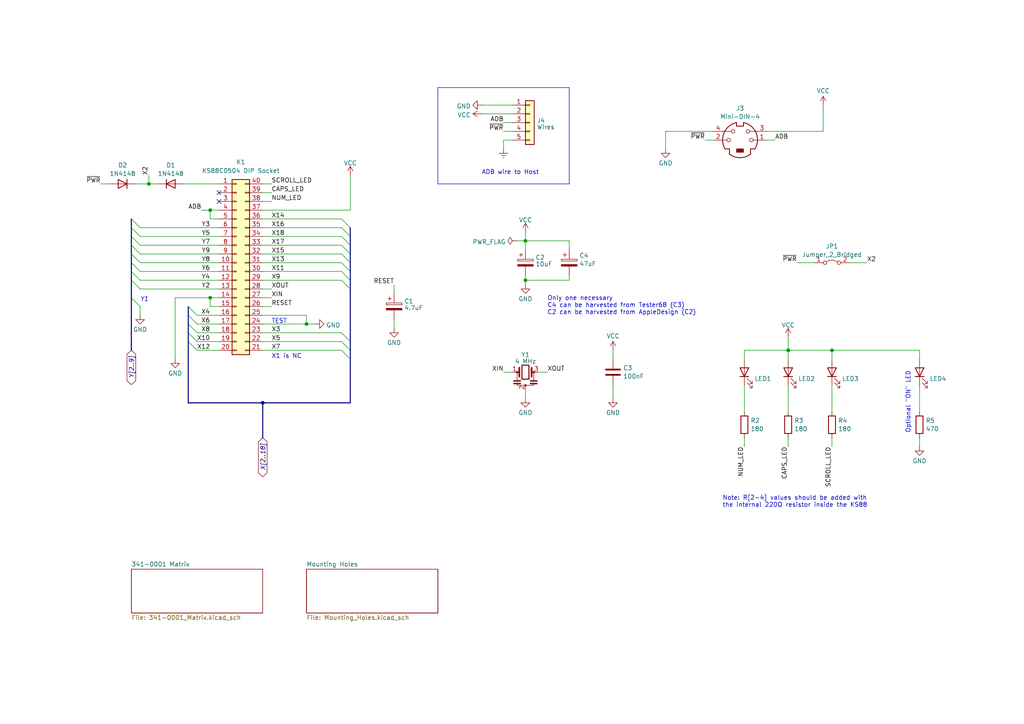
<source format=kicad_sch>
(kicad_sch (version 20230121) (generator eeschema)
  (paper "A4")
  (title_block (title "Design68 341-0001 ANSI") (date "2023-09-14") (rev "1.0") (company "lostwave") (comment 1 "https://github.com/demik/oldworld/blob/master/EDA/Design68/README.md"))
  (lib_symbols
    (symbol "Connector:Mini-DIN-4" (pin_names (offset 1.016))
      (property "Reference" "J" (at 0 6.35 0))
      (property "Value" "Mini-DIN-4" (at 0 -6.35 0))
      (symbol "Mini-DIN-4_0_1"
        (circle (center -3.302 0) (radius 0.508))
        (arc (start -3.048 -4.064) (mid 0 -5.08) (end 3.048 -4.064) (stroke (width 0.254)))
        (circle (center -2.032 2.54) (radius 0.508))
        (rectangle (start -1.016 -2.54) (end 1.016 -3.556) (fill (type outline)))
        (arc (start -1.016 5.08) (mid -4.6228 2.1214) (end -4.318 -2.54) (stroke (width 0.254)))
        (polyline (pts (xy -3.81 0) (xy -5.08 0)))
        (polyline (pts (xy -2.54 2.54) (xy -5.08 2.54)))
        (polyline (pts (xy 2.794 2.54) (xy 5.08 2.54)))
        (polyline (pts (xy 5.08 0) (xy 3.81 0)))
        (polyline (pts (xy -4.318 -2.54) (xy -3.048 -2.54) (xy -3.048 -4.064)) (stroke (width 0.254)))
        (polyline (pts (xy 4.318 -2.54) (xy 3.048 -2.54) (xy 3.048 -4.064)) (stroke (width 0.254)))
        (polyline (pts (xy -1.016 5.08) (xy -1.016 4.064) (xy 1.016 4.064) (xy 1.016 5.08)) (stroke (width 0.254)))
        (circle (center 2.286 2.54) (radius 0.508))
        (circle (center 3.302 0) (radius 0.508))
        (arc (start 4.318 -2.54) (mid 4.6661 2.1322) (end 1.016 5.08) (stroke (width 0.254)))
      )
      (symbol "Mini-DIN-4_1_1"
        (pin passive line (at 7.62 0 180) (length 2.54) (name "~") (number "1"))
        (pin passive line (at -7.62 0 0) (length 2.54) (name "~") (number "2"))
        (pin passive line (at 7.62 2.54 180) (length 2.54) (name "~") (number "3"))
        (pin passive line (at -7.62 2.54 0) (length 2.54) (name "~") (number "4"))
      )
    )
    (symbol "Connector_Generic:Conn_01x05" (pin_names (offset 1.016) hide)
      (property "Reference" "J" (at 0 7.62 0))
      (property "Value" "Conn_01x05" (at 0 -7.62 0))
      (symbol "Conn_01x05_1_1"
        (rectangle (start -1.27 -4.953) (end 0 -5.207) (stroke (width 0.1524)))
        (rectangle (start -1.27 -2.413) (end 0 -2.667) (stroke (width 0.1524)))
        (rectangle (start -1.27 0.127) (end 0 -0.127) (stroke (width 0.1524)))
        (rectangle (start -1.27 2.667) (end 0 2.413) (stroke (width 0.1524)))
        (rectangle (start -1.27 5.207) (end 0 4.953) (stroke (width 0.1524)))
        (rectangle (start -1.27 6.35) (end 1.27 -6.35) (stroke (width 0.254)) (fill (type background)))
        (pin passive line (at -5.08 5.08 0) (length 3.81) (name "Pin_1") (number "1"))
        (pin passive line (at -5.08 2.54 0) (length 3.81) (name "Pin_2") (number "2"))
        (pin passive line (at -5.08 0 0) (length 3.81) (name "Pin_3") (number "3"))
        (pin passive line (at -5.08 -2.54 0) (length 3.81) (name "Pin_4") (number "4"))
        (pin passive line (at -5.08 -5.08 0) (length 3.81) (name "Pin_5") (number "5"))
      )
    )
    (symbol "Connector_Generic:Conn_02x20_Counter_Clockwise" (pin_names (offset 1.016) hide)
      (property "Reference" "J" (at 1.27 25.4 0))
      (property "Value" "Conn_02x20_Counter_Clockwise" (at 1.27 -27.94 0))
      (symbol "Conn_02x20_Counter_Clockwise_1_1"
        (rectangle (start -1.27 -25.273) (end 0 -25.527) (stroke (width 0.1524)))
        (rectangle (start -1.27 -22.733) (end 0 -22.987) (stroke (width 0.1524)))
        (rectangle (start -1.27 -20.193) (end 0 -20.447) (stroke (width 0.1524)))
        (rectangle (start -1.27 -17.653) (end 0 -17.907) (stroke (width 0.1524)))
        (rectangle (start -1.27 -15.113) (end 0 -15.367) (stroke (width 0.1524)))
        (rectangle (start -1.27 -12.573) (end 0 -12.827) (stroke (width 0.1524)))
        (rectangle (start -1.27 -10.033) (end 0 -10.287) (stroke (width 0.1524)))
        (rectangle (start -1.27 -7.493) (end 0 -7.747) (stroke (width 0.1524)))
        (rectangle (start -1.27 -4.953) (end 0 -5.207) (stroke (width 0.1524)))
        (rectangle (start -1.27 -2.413) (end 0 -2.667) (stroke (width 0.1524)))
        (rectangle (start -1.27 0.127) (end 0 -0.127) (stroke (width 0.1524)))
        (rectangle (start -1.27 2.667) (end 0 2.413) (stroke (width 0.1524)))
        (rectangle (start -1.27 5.207) (end 0 4.953) (stroke (width 0.1524)))
        (rectangle (start -1.27 7.747) (end 0 7.493) (stroke (width 0.1524)))
        (rectangle (start -1.27 10.287) (end 0 10.033) (stroke (width 0.1524)))
        (rectangle (start -1.27 12.827) (end 0 12.573) (stroke (width 0.1524)))
        (rectangle (start -1.27 15.367) (end 0 15.113) (stroke (width 0.1524)))
        (rectangle (start -1.27 17.907) (end 0 17.653) (stroke (width 0.1524)))
        (rectangle (start -1.27 20.447) (end 0 20.193) (stroke (width 0.1524)))
        (rectangle (start -1.27 22.987) (end 0 22.733) (stroke (width 0.1524)))
        (rectangle (start -1.27 24.13) (end 3.81 -26.67) (stroke (width 0.254)) (fill (type background)))
        (rectangle (start 3.81 -25.273) (end 2.54 -25.527) (stroke (width 0.1524)))
        (rectangle (start 3.81 -22.733) (end 2.54 -22.987) (stroke (width 0.1524)))
        (rectangle (start 3.81 -20.193) (end 2.54 -20.447) (stroke (width 0.1524)))
        (rectangle (start 3.81 -17.653) (end 2.54 -17.907) (stroke (width 0.1524)))
        (rectangle (start 3.81 -15.113) (end 2.54 -15.367) (stroke (width 0.1524)))
        (rectangle (start 3.81 -12.573) (end 2.54 -12.827) (stroke (width 0.1524)))
        (rectangle (start 3.81 -10.033) (end 2.54 -10.287) (stroke (width 0.1524)))
        (rectangle (start 3.81 -7.493) (end 2.54 -7.747) (stroke (width 0.1524)))
        (rectangle (start 3.81 -4.953) (end 2.54 -5.207) (stroke (width 0.1524)))
        (rectangle (start 3.81 -2.413) (end 2.54 -2.667) (stroke (width 0.1524)))
        (rectangle (start 3.81 0.127) (end 2.54 -0.127) (stroke (width 0.1524)))
        (rectangle (start 3.81 2.667) (end 2.54 2.413) (stroke (width 0.1524)))
        (rectangle (start 3.81 5.207) (end 2.54 4.953) (stroke (width 0.1524)))
        (rectangle (start 3.81 7.747) (end 2.54 7.493) (stroke (width 0.1524)))
        (rectangle (start 3.81 10.287) (end 2.54 10.033) (stroke (width 0.1524)))
        (rectangle (start 3.81 12.827) (end 2.54 12.573) (stroke (width 0.1524)))
        (rectangle (start 3.81 15.367) (end 2.54 15.113) (stroke (width 0.1524)))
        (rectangle (start 3.81 17.907) (end 2.54 17.653) (stroke (width 0.1524)))
        (rectangle (start 3.81 20.447) (end 2.54 20.193) (stroke (width 0.1524)))
        (rectangle (start 3.81 22.987) (end 2.54 22.733) (stroke (width 0.1524)))
        (pin passive line (at -5.08 22.86 0) (length 3.81) (name "Pin_1") (number "1"))
        (pin passive line (at -5.08 0 0) (length 3.81) (name "Pin_10") (number "10"))
        (pin passive line (at -5.08 -2.54 0) (length 3.81) (name "Pin_11") (number "11"))
        (pin passive line (at -5.08 -5.08 0) (length 3.81) (name "Pin_12") (number "12"))
        (pin passive line (at -5.08 -7.62 0) (length 3.81) (name "Pin_13") (number "13"))
        (pin passive line (at -5.08 -10.16 0) (length 3.81) (name "Pin_14") (number "14"))
        (pin passive line (at -5.08 -12.7 0) (length 3.81) (name "Pin_15") (number "15"))
        (pin passive line (at -5.08 -15.24 0) (length 3.81) (name "Pin_16") (number "16"))
        (pin passive line (at -5.08 -17.78 0) (length 3.81) (name "Pin_17") (number "17"))
        (pin passive line (at -5.08 -20.32 0) (length 3.81) (name "Pin_18") (number "18"))
        (pin passive line (at -5.08 -22.86 0) (length 3.81) (name "Pin_19") (number "19"))
        (pin passive line (at -5.08 20.32 0) (length 3.81) (name "Pin_2") (number "2"))
        (pin passive line (at -5.08 -25.4 0) (length 3.81) (name "Pin_20") (number "20"))
        (pin passive line (at 7.62 -25.4 180) (length 3.81) (name "Pin_21") (number "21"))
        (pin passive line (at 7.62 -22.86 180) (length 3.81) (name "Pin_22") (number "22"))
        (pin passive line (at 7.62 -20.32 180) (length 3.81) (name "Pin_23") (number "23"))
        (pin passive line (at 7.62 -17.78 180) (length 3.81) (name "Pin_24") (number "24"))
        (pin passive line (at 7.62 -15.24 180) (length 3.81) (name "Pin_25") (number "25"))
        (pin passive line (at 7.62 -12.7 180) (length 3.81) (name "Pin_26") (number "26"))
        (pin passive line (at 7.62 -10.16 180) (length 3.81) (name "Pin_27") (number "27"))
        (pin passive line (at 7.62 -7.62 180) (length 3.81) (name "Pin_28") (number "28"))
        (pin passive line (at 7.62 -5.08 180) (length 3.81) (name "Pin_29") (number "29"))
        (pin passive line (at -5.08 17.78 0) (length 3.81) (name "Pin_3") (number "3"))
        (pin passive line (at 7.62 -2.54 180) (length 3.81) (name "Pin_30") (number "30"))
        (pin passive line (at 7.62 0 180) (length 3.81) (name "Pin_31") (number "31"))
        (pin passive line (at 7.62 2.54 180) (length 3.81) (name "Pin_32") (number "32"))
        (pin passive line (at 7.62 5.08 180) (length 3.81) (name "Pin_33") (number "33"))
        (pin passive line (at 7.62 7.62 180) (length 3.81) (name "Pin_34") (number "34"))
        (pin passive line (at 7.62 10.16 180) (length 3.81) (name "Pin_35") (number "35"))
        (pin passive line (at 7.62 12.7 180) (length 3.81) (name "Pin_36") (number "36"))
        (pin passive line (at 7.62 15.24 180) (length 3.81) (name "Pin_37") (number "37"))
        (pin passive line (at 7.62 17.78 180) (length 3.81) (name "Pin_38") (number "38"))
        (pin passive line (at 7.62 20.32 180) (length 3.81) (name "Pin_39") (number "39"))
        (pin passive line (at -5.08 15.24 0) (length 3.81) (name "Pin_4") (number "4"))
        (pin passive line (at 7.62 22.86 180) (length 3.81) (name "Pin_40") (number "40"))
        (pin passive line (at -5.08 12.7 0) (length 3.81) (name "Pin_5") (number "5"))
        (pin passive line (at -5.08 10.16 0) (length 3.81) (name "Pin_6") (number "6"))
        (pin passive line (at -5.08 7.62 0) (length 3.81) (name "Pin_7") (number "7"))
        (pin passive line (at -5.08 5.08 0) (length 3.81) (name "Pin_8") (number "8"))
        (pin passive line (at -5.08 2.54 0) (length 3.81) (name "Pin_9") (number "9"))
      )
    )
    (symbol "Device:C" (pin_numbers hide) (pin_names (offset 0.254))
      (property "Reference" "C" (at 0.635 2.54 0))
      (property "Value" "C" (at 0.635 -2.54 0))
      (symbol "C_0_1"
        (polyline (pts (xy -2.032 -0.762) (xy 2.032 -0.762)) (stroke (width 0.508)))
        (polyline (pts (xy -2.032 0.762) (xy 2.032 0.762)) (stroke (width 0.508)))
      )
      (symbol "C_1_1"
        (pin passive line (at 0 3.81 270) (length 2.794) (name "~") (number "1"))
        (pin passive line (at 0 -3.81 90) (length 2.794) (name "~") (number "2"))
      )
    )
    (symbol "Device:C_Polarized" (pin_numbers hide) (pin_names (offset 0.254))
      (property "Reference" "C" (at 0.635 2.54 0))
      (property "Value" "C_Polarized" (at 0.635 -2.54 0))
      (symbol "C_Polarized_0_1"
        (rectangle (start -2.286 0.508) (end 2.286 1.016))
        (polyline (pts (xy -1.778 2.286) (xy -0.762 2.286)))
        (polyline (pts (xy -1.27 2.794) (xy -1.27 1.778)))
        (rectangle (start 2.286 -0.508) (end -2.286 -1.016) (fill (type outline)))
      )
      (symbol "C_Polarized_1_1"
        (pin passive line (at 0 3.81 270) (length 2.794) (name "~") (number "1"))
        (pin passive line (at 0 -3.81 90) (length 2.794) (name "~") (number "2"))
      )
    )
    (symbol "Device:D" (pin_numbers hide) (pin_names (offset 1.016) hide)
      (property "Reference" "D" (at 0 2.54 0))
      (property "Value" "D" (at 0 -2.54 0))
      (symbol "D_0_1"
        (polyline (pts (xy -1.27 1.27) (xy -1.27 -1.27)) (stroke (width 0.254)))
        (polyline (pts (xy 1.27 0) (xy -1.27 0)))
        (polyline (pts (xy 1.27 1.27) (xy 1.27 -1.27) (xy -1.27 0) (xy 1.27 1.27)) (stroke (width 0.254)))
      )
      (symbol "D_1_1"
        (pin passive line (at -3.81 0 0) (length 2.54) (name "K") (number "1"))
        (pin passive line (at 3.81 0 180) (length 2.54) (name "A") (number "2"))
      )
    )
    (symbol "Device:LED" (pin_numbers hide) (pin_names (offset 1.016) hide)
      (property "Reference" "D" (at 0 2.54 0))
      (property "Value" "LED" (at 0 -2.54 0))
      (symbol "LED_0_1"
        (polyline (pts (xy -1.27 -1.27) (xy -1.27 1.27)) (stroke (width 0.254)))
        (polyline (pts (xy -1.27 0) (xy 1.27 0)))
        (polyline (pts (xy 1.27 -1.27) (xy 1.27 1.27) (xy -1.27 0) (xy 1.27 -1.27)) (stroke (width 0.254)))
        (polyline (pts (xy -3.048 -0.762) (xy -4.572 -2.286) (xy -3.81 -2.286) (xy -4.572 -2.286) (xy -4.572 -1.524)))
        (polyline (pts (xy -1.778 -0.762) (xy -3.302 -2.286) (xy -2.54 -2.286) (xy -3.302 -2.286) (xy -3.302 -1.524)))
      )
      (symbol "LED_1_1"
        (pin passive line (at -3.81 0 0) (length 2.54) (name "K") (number "1"))
        (pin passive line (at 3.81 0 180) (length 2.54) (name "A") (number "2"))
      )
    )
    (symbol "Device:R" (pin_numbers hide) (pin_names (offset 0))
      (property "Reference" "R" (at 2.032 0 90))
      (property "Value" "R" (at 0 0 90))
      (symbol "R_0_1"
        (rectangle (start -1.016 -2.54) (end 1.016 2.54) (stroke (width 0.254)))
      )
      (symbol "R_1_1"
        (pin passive line (at 0 3.81 270) (length 1.27) (name "~") (number "1"))
        (pin passive line (at 0 -3.81 90) (length 1.27) (name "~") (number "2"))
      )
    )
    (symbol "Device:Resonator" (pin_names (offset 1.016) hide)
      (property "Reference" "Y" (at 0 5.715 0))
      (property "Value" "Resonator" (at 0 3.81 0))
      (symbol "Resonator_0_1"
        (rectangle (start -3.429 -3.175) (end -1.397 -3.429) (fill (type outline)))
        (rectangle (start -3.429 -2.413) (end -1.397 -2.667) (fill (type outline)))
        (circle (center -2.413 0) (radius 0.254) (fill (type outline)))
        (rectangle (start -1.016 2.032) (end 1.016 -2.032) (stroke (width 0.3048)))
        (circle (center 0 -3.81) (radius 0.254) (fill (type outline)))
        (polyline (pts (xy -2.413 -2.413) (xy -2.413 0)))
        (polyline (pts (xy -1.905 0) (xy -3.175 0)))
        (polyline (pts (xy -1.778 -1.27) (xy -1.778 1.27)) (stroke (width 0.508)))
        (polyline (pts (xy 1.778 -1.27) (xy 1.778 1.27)) (stroke (width 0.508)))
        (polyline (pts (xy 1.905 0) (xy 2.54 0)))
        (polyline (pts (xy 2.413 0) (xy 2.413 -2.54)))
        (polyline (pts (xy 2.413 -3.302) (xy 2.413 -3.81) (xy -2.413 -3.81) (xy -2.413 -3.302)))
        (rectangle (start 1.397 -3.175) (end 3.429 -3.429) (fill (type outline)))
        (rectangle (start 1.397 -2.413) (end 3.429 -2.667) (fill (type outline)))
        (circle (center 2.413 0) (radius 0.254) (fill (type outline)))
      )
      (symbol "Resonator_1_1"
        (pin passive line (at -3.81 0 0) (length 1.27) (name "1") (number "1"))
        (pin passive line (at 0 -5.08 90) (length 1.27) (name "2") (number "2"))
        (pin passive line (at 3.81 0 180) (length 1.27) (name "3") (number "3"))
      )
    )
    (symbol "Jumper:Jumper_2_Bridged" (pin_names (offset 0) hide)
      (property "Reference" "JP" (at 0 1.905 0))
      (property "Value" "Jumper_2_Bridged" (at 0 -2.54 0))
      (symbol "Jumper_2_Bridged_0_0"
        (circle (center -2.032 0) (radius 0.508))
        (circle (center 2.032 0) (radius 0.508))
      )
      (symbol "Jumper_2_Bridged_0_1"
        (arc (start 1.524 0.254) (mid 0 0.762) (end -1.524 0.254))
      )
      (symbol "Jumper_2_Bridged_1_1"
        (pin passive line (at -5.08 0 0) (length 2.54) (name "A") (number "1"))
        (pin passive line (at 5.08 0 180) (length 2.54) (name "B") (number "2"))
      )
    )
    (symbol "power:Earth" (power) (pin_names (offset 0))
      (symbol "Earth_0_1"
        (polyline (pts (xy -0.635 -1.905) (xy 0.635 -1.905)))
        (polyline (pts (xy -0.127 -2.54) (xy 0.127 -2.54)))
        (polyline (pts (xy 0 -1.27) (xy 0 0)))
        (polyline (pts (xy 1.27 -1.27) (xy -1.27 -1.27)))
      )
      (symbol "Earth_1_1"
        (pin power_in line (at 0 0 270) (length 0) hide (name "Earth") (number "1"))
      )
    )
    (symbol "power:GND" (power) (pin_names (offset 0))
      (property "Value" "GND" (at 0 -3.81 0))
      (symbol "GND_0_1"
        (polyline (pts (xy 0 0) (xy 0 -1.27) (xy 1.27 -1.27) (xy 0 -2.54) (xy -1.27 -1.27) (xy 0 -1.27)))
      )
      (symbol "GND_1_1"
        (pin power_in line (at 0 0 270) (length 0) hide (name "GND") (number "1"))
      )
    )
    (symbol "power:PWR_FLAG" (power) (pin_numbers hide) (pin_names (offset 0) hide)
      (property "Value" "PWR_FLAG" (at 0 3.81 0))
      (symbol "PWR_FLAG_0_0"
        (pin power_out line (at 0 0 90) (length 0) (name "pwr") (number "1"))
      )
      (symbol "PWR_FLAG_0_1"
        (polyline (pts (xy 0 0) (xy 0 1.27) (xy -1.016 1.905) (xy 0 2.54) (xy 1.016 1.905) (xy 0 1.27)))
      )
    )
    (symbol "power:VCC" (power) (pin_names (offset 0))
      (property "Value" "VCC" (at 0 3.81 0))
      (symbol "VCC_0_1"
        (polyline (pts (xy -0.762 1.27) (xy 0 2.54)))
        (polyline (pts (xy 0 0) (xy 0 2.54)))
        (polyline (pts (xy 0 2.54) (xy 0.762 1.27)))
      )
      (symbol "VCC_1_1"
        (pin power_in line (at 0 0 90) (length 0) hide (name "VCC") (number "1"))
      )
    )
  )
  (junction (at 60.96 60.96))
  (junction (at 60.96 86.36))
  (junction (at 43.18 53.34))
  (junction (at 241.3 101.6))
  (junction (at 228.6 101.6))
  (junction (at 152.4 81.28))
  (junction (at 88.9 93.98))
  (junction (at 76.2 116.84))
  (junction (at 152.4 69.85))
  (no_connect (at 63.5 58.42))
  (no_connect (at 63.5 55.88))
  (bus_entry (at 54.61 91.44) (size 2.54 2.54))
  (bus_entry (at 38.1 71.12) (size 2.54 2.54))
  (bus_entry (at 99.06 66.04) (size 2.54 2.54))
  (bus_entry (at 38.1 76.2) (size 2.54 2.54))
  (bus_entry (at 99.06 81.28) (size 2.54 2.54))
  (bus_entry (at 99.06 99.06) (size 2.54 2.54))
  (bus_entry (at 38.1 68.58) (size 2.54 2.54))
  (bus_entry (at 54.61 99.06) (size 2.54 2.54))
  (bus_entry (at 38.1 63.5) (size 2.54 2.54))
  (bus_entry (at 99.06 73.66) (size 2.54 2.54))
  (bus_entry (at 38.1 73.66) (size 2.54 2.54))
  (bus_entry (at 99.06 63.5) (size 2.54 2.54))
  (bus_entry (at 38.1 86.36) (size 2.54 2.54))
  (bus_entry (at 99.06 76.2) (size 2.54 2.54))
  (bus_entry (at 99.06 96.52) (size 2.54 2.54))
  (bus_entry (at 99.06 78.74) (size 2.54 2.54))
  (bus_entry (at 54.61 88.9) (size 2.54 2.54))
  (bus_entry (at 99.06 101.6) (size 2.54 2.54))
  (bus_entry (at 54.61 96.52) (size 2.54 2.54))
  (bus_entry (at 38.1 78.74) (size 2.54 2.54))
  (bus_entry (at 99.06 71.12) (size 2.54 2.54))
  (bus_entry (at 38.1 66.04) (size 2.54 2.54))
  (bus_entry (at 38.1 81.28) (size 2.54 2.54))
  (bus_entry (at 54.61 93.98) (size 2.54 2.54))
  (bus_entry (at 99.06 68.58) (size 2.54 2.54))
  (wire (pts (xy 76.2 76.2) (xy 99.06 76.2)))
  (bus (pts (xy 54.61 96.52) (xy 54.61 99.06)))
  (wire (pts (xy 76.2 63.5) (xy 99.06 63.5)))
  (wire (pts (xy 76.2 55.88) (xy 78.74 55.88)))
  (wire (pts (xy 241.3 101.6) (xy 266.7 101.6)))
  (wire (pts (xy 114.3 82.55) (xy 114.3 85.09)))
  (wire (pts (xy 76.2 93.98) (xy 88.9 93.98)))
  (bus (pts (xy 101.6 71.12) (xy 101.6 73.66)))
  (wire (pts (xy 156.21 107.95) (xy 158.75 107.95)))
  (wire (pts (xy 57.15 91.44) (xy 63.5 91.44)))
  (wire (pts (xy 152.4 113.03) (xy 152.4 115.57)))
  (polyline (pts (xy 127 25.4) (xy 127 53.34)))
  (wire (pts (xy 101.6 60.96) (xy 76.2 60.96)))
  (bus (pts (xy 101.6 73.66) (xy 101.6 76.2)))
  (wire (pts (xy 40.64 73.66) (xy 63.5 73.66)))
  (wire (pts (xy 241.3 111.76) (xy 241.3 119.38)))
  (bus (pts (xy 101.6 104.14) (xy 101.6 116.84)))
  (bus (pts (xy 101.6 101.6) (xy 101.6 104.14)))
  (wire (pts (xy 139.7 33.02) (xy 148.59 33.02)))
  (wire (pts (xy 76.2 88.9) (xy 78.74 88.9)))
  (bus (pts (xy 101.6 66.04) (xy 101.6 68.58)))
  (wire (pts (xy 40.64 68.58) (xy 63.5 68.58)))
  (wire (pts (xy 228.6 101.6) (xy 228.6 104.14)))
  (wire (pts (xy 40.64 78.74) (xy 63.5 78.74)))
  (wire (pts (xy 222.25 38.1) (xy 238.76 38.1)))
  (wire (pts (xy 43.18 50.8) (xy 43.18 53.34)))
  (wire (pts (xy 39.37 53.34) (xy 43.18 53.34)))
  (wire (pts (xy 152.4 67.31) (xy 152.4 69.85)))
  (wire (pts (xy 76.2 101.6) (xy 99.06 101.6)))
  (bus (pts (xy 38.1 81.28) (xy 38.1 86.36)))
  (wire (pts (xy 204.47 40.64) (xy 207.01 40.64)))
  (wire (pts (xy 241.3 101.6) (xy 241.3 104.14)))
  (wire (pts (xy 228.6 127) (xy 228.6 129.54)))
  (wire (pts (xy 228.6 101.6) (xy 241.3 101.6)))
  (wire (pts (xy 222.25 40.64) (xy 224.79 40.64)))
  (wire (pts (xy 266.7 127) (xy 266.7 129.54)))
  (bus (pts (xy 101.6 68.58) (xy 101.6 71.12)))
  (wire (pts (xy 76.2 99.06) (xy 99.06 99.06)))
  (wire (pts (xy 40.64 71.12) (xy 63.5 71.12)))
  (wire (pts (xy 266.7 101.6) (xy 266.7 104.14)))
  (wire (pts (xy 60.96 60.96) (xy 63.5 60.96)))
  (wire (pts (xy 60.96 88.9) (xy 63.5 88.9)))
  (wire (pts (xy 57.15 96.52) (xy 63.5 96.52)))
  (bus (pts (xy 38.1 76.2) (xy 38.1 78.74)))
  (wire (pts (xy 60.96 63.5) (xy 60.96 60.96)))
  (wire (pts (xy 76.2 66.04) (xy 99.06 66.04)))
  (wire (pts (xy 152.4 81.28) (xy 165.1 81.28)))
  (wire (pts (xy 101.6 50.8) (xy 101.6 60.96)))
  (wire (pts (xy 228.6 111.76) (xy 228.6 119.38)))
  (wire (pts (xy 40.64 88.9) (xy 40.64 91.44)))
  (bus (pts (xy 101.6 78.74) (xy 101.6 81.28)))
  (wire (pts (xy 63.5 86.36) (xy 60.96 86.36)))
  (wire (pts (xy 50.8 86.36) (xy 50.8 104.14)))
  (wire (pts (xy 165.1 72.39) (xy 165.1 69.85)))
  (bus (pts (xy 101.6 81.28) (xy 101.6 83.82)))
  (wire (pts (xy 76.2 96.52) (xy 99.06 96.52)))
  (wire (pts (xy 88.9 91.44) (xy 88.9 93.98)))
  (wire (pts (xy 228.6 97.79) (xy 228.6 101.6)))
  (bus (pts (xy 38.1 73.66) (xy 38.1 76.2)))
  (wire (pts (xy 76.2 81.28) (xy 99.06 81.28)))
  (bus (pts (xy 38.1 78.74) (xy 38.1 81.28)))
  (wire (pts (xy 231.14 76.2) (xy 236.22 76.2)))
  (wire (pts (xy 146.05 40.64) (xy 148.59 40.64)))
  (wire (pts (xy 91.44 93.98) (xy 88.9 93.98)))
  (wire (pts (xy 215.9 101.6) (xy 228.6 101.6)))
  (wire (pts (xy 146.05 43.18) (xy 146.05 40.64)))
  (bus (pts (xy 54.61 99.06) (xy 54.61 116.84)))
  (bus (pts (xy 38.1 66.04) (xy 38.1 68.58)))
  (wire (pts (xy 57.15 93.98) (xy 63.5 93.98)))
  (wire (pts (xy 146.05 35.56) (xy 148.59 35.56)))
  (wire (pts (xy 152.4 81.28) (xy 152.4 82.55)))
  (wire (pts (xy 139.7 30.48) (xy 148.59 30.48)))
  (wire (pts (xy 58.42 60.96) (xy 60.96 60.96)))
  (bus (pts (xy 101.6 116.84) (xy 76.2 116.84)))
  (wire (pts (xy 193.04 38.1) (xy 193.04 43.18)))
  (bus (pts (xy 101.6 76.2) (xy 101.6 78.74)))
  (bus (pts (xy 76.2 116.84) (xy 54.61 116.84)))
  (wire (pts (xy 177.8 101.6) (xy 177.8 104.14)))
  (wire (pts (xy 177.8 111.76) (xy 177.8 115.57)))
  (wire (pts (xy 60.96 86.36) (xy 50.8 86.36)))
  (wire (pts (xy 40.64 66.04) (xy 63.5 66.04)))
  (wire (pts (xy 57.15 101.6) (xy 63.5 101.6)))
  (bus (pts (xy 54.61 91.44) (xy 54.61 93.98)))
  (wire (pts (xy 43.18 53.34) (xy 45.72 53.34)))
  (polyline (pts (xy 165.1 53.34) (xy 165.1 25.4)))
  (wire (pts (xy 60.96 86.36) (xy 60.96 88.9)))
  (wire (pts (xy 266.7 111.76) (xy 266.7 119.38)))
  (wire (pts (xy 215.9 111.76) (xy 215.9 119.38)))
  (bus (pts (xy 54.61 93.98) (xy 54.61 96.52)))
  (wire (pts (xy 149.86 69.85) (xy 152.4 69.85)))
  (wire (pts (xy 76.2 86.36) (xy 78.74 86.36)))
  (wire (pts (xy 76.2 78.74) (xy 99.06 78.74)))
  (wire (pts (xy 238.76 38.1) (xy 238.76 30.48)))
  (bus (pts (xy 101.6 83.82) (xy 101.6 99.06)))
  (bus (pts (xy 38.1 71.12) (xy 38.1 73.66)))
  (wire (pts (xy 76.2 71.12) (xy 99.06 71.12)))
  (wire (pts (xy 63.5 63.5) (xy 60.96 63.5)))
  (wire (pts (xy 146.05 107.95) (xy 148.59 107.95)))
  (bus (pts (xy 38.1 68.58) (xy 38.1 71.12)))
  (wire (pts (xy 76.2 83.82) (xy 78.74 83.82)))
  (bus (pts (xy 38.1 63.5) (xy 38.1 66.04)))
  (wire (pts (xy 76.2 91.44) (xy 88.9 91.44)))
  (wire (pts (xy 76.2 53.34) (xy 78.74 53.34)))
  (wire (pts (xy 152.4 69.85) (xy 152.4 72.39)))
  (wire (pts (xy 241.3 127) (xy 241.3 129.54)))
  (wire (pts (xy 152.4 80.01) (xy 152.4 81.28)))
  (wire (pts (xy 114.3 92.71) (xy 114.3 95.25)))
  (wire (pts (xy 207.01 38.1) (xy 193.04 38.1)))
  (wire (pts (xy 76.2 58.42) (xy 78.74 58.42)))
  (polyline (pts (xy 127 25.4) (xy 165.1 25.4)))
  (polyline (pts (xy 127 53.34) (xy 165.1 53.34)))
  (wire (pts (xy 215.9 104.14) (xy 215.9 101.6)))
  (wire (pts (xy 146.05 38.1) (xy 148.59 38.1)))
  (wire (pts (xy 40.64 81.28) (xy 63.5 81.28)))
  (wire (pts (xy 53.34 53.34) (xy 63.5 53.34)))
  (wire (pts (xy 246.38 76.2) (xy 251.46 76.2)))
  (wire (pts (xy 215.9 127) (xy 215.9 129.54)))
  (wire (pts (xy 40.64 76.2) (xy 63.5 76.2)))
  (wire (pts (xy 40.64 83.82) (xy 63.5 83.82)))
  (wire (pts (xy 57.15 99.06) (xy 63.5 99.06)))
  (wire (pts (xy 76.2 68.58) (xy 99.06 68.58)))
  (bus (pts (xy 54.61 88.9) (xy 54.61 91.44)))
  (wire (pts (xy 165.1 69.85) (xy 152.4 69.85)))
  (bus (pts (xy 38.1 86.36) (xy 38.1 101.6)))
  (wire (pts (xy 165.1 81.28) (xy 165.1 80.01)))
  (bus (pts (xy 101.6 99.06) (xy 101.6 101.6)))
  (bus (pts (xy 76.2 116.84) (xy 76.2 127)))
  (wire (pts (xy 29.21 53.34) (xy 31.75 53.34)))
  (wire (pts (xy 76.2 73.66) (xy 99.06 73.66)))
  (text "TEST" (at 78.74 93.98 0) (effects (font (size 1.27 1.27)) (justify left bottom)))
  (text "Optional \"ON\" LED" (at 264.16 125.73 90) (effects (font (size 1.27 1.27)) (justify left bottom)))
  (text "ADB wire to Host\n" (at 139.7 50.8 0) (effects (font (size 1.27 1.27)) (justify left bottom)))
  (text "X1 is NC" (at 78.74 104.14 0) (effects (font (size 1.27 1.27)) (justify left bottom)))
  (text "Only one necessary\nC4 can be harvested from Tester68 (C3)\nC2 can be harvested from AppleDesign (C2)" (at 158.75 91.44 0) (effects (font (size 1.27 1.27)) (justify left bottom)))
  (text "Note: R[2-4] values should be added with \nthe internal 220Ω resistor inside the KS88" (at 209.55 147.32 0) (effects (font (size 1.27 1.27)) (justify left bottom)))
  (text "Y1" (at 40.64 87.63 0) (effects (font (size 1.27 1.27) italic) (justify left bottom)))
  (label "ADB" (at 58.42 60.96 180))
  (label "NUM_LED" (at 215.9 129.54 270))
  (label "Y4" (at 60.96 81.28 180))
  (label "X11" (at 78.74 78.74 0))
  (label "X18" (at 78.74 68.58 0))
  (label "X5" (at 78.74 99.06 0))
  (label "XIN" (at 146.05 107.95 180))
  (label "Y6" (at 60.96 78.74 180))
  (label "X7" (at 78.74 101.6 0))
  (label "X3" (at 78.74 96.52 0))
  (label "X4" (at 60.96 91.44 180))
  (label "XOUT" (at 158.75 107.95 0))
  (label "SCROLL_LED" (at 78.74 53.34 0))
  (label "CAPS_LED" (at 228.6 129.54 270))
  (label "~{PWR}" (at 204.47 40.64 180))
  (label "Y5" (at 60.96 68.58 180))
  (label "X9" (at 78.74 81.28 0))
  (label "XIN" (at 78.74 86.36 0))
  (label "X10" (at 60.96 99.06 180))
  (label "ADB" (at 146.05 35.56 180))
  (label "X8" (at 60.96 96.52 180))
  (label "Y7" (at 60.96 71.12 180))
  (label "X6" (at 60.96 93.98 180))
  (label "Y9" (at 60.96 73.66 180))
  (label "X13" (at 78.74 76.2 0))
  (label "RESET" (at 78.74 88.9 0))
  (label "RESET" (at 114.3 82.55 180))
  (label "Y2" (at 60.96 83.82 180))
  (label "ADB" (at 224.79 40.64 0))
  (label "CAPS_LED" (at 78.74 55.88 0))
  (label "Y3" (at 60.96 66.04 180))
  (label "X2" (at 251.46 76.2 0))
  (label "XOUT" (at 78.74 83.82 0))
  (label "X2" (at 43.18 50.8 90))
  (label "X12" (at 60.96 101.6 180))
  (label "X14" (at 78.74 63.5 0))
  (label "~{PWR}" (at 231.14 76.2 180))
  (label "X17" (at 78.74 71.12 0))
  (label "SCROLL_LED" (at 241.3 129.54 270))
  (label "NUM_LED" (at 78.74 58.42 0))
  (label "X16" (at 78.74 66.04 0))
  (label "Y8" (at 60.96 76.2 180))
  (label "X15" (at 78.74 73.66 0))
  (label "~{PWR}" (at 146.05 38.1 180))
  (label "~{PWR}" (at 29.21 53.34 180))
  (global_label "X[2..18]" (shape bidirectional) (at 76.2 127 270) (effects (font italic)) (property "Intersheetrefs" "${INTERSHEET_REFS}" (effects hide)))
  (global_label "Y[2..9]" (shape bidirectional) (at 38.1 101.6 270) (effects (font italic)) (property "Intersheetrefs" "${INTERSHEET_REFS}" (effects hide)))
  (symbol (lib_id "power:VCC") (at 238.76 30.48 0) (unit 1)
    (property "Reference" "#PWR014" (effects hide))
    (property "Value" "VCC" (at 238.76 26.3469 0))
  )
  (symbol (lib_id "power:VCC") (at 139.7 33.02 90) (unit 1)
    (property "Reference" "#PWR06" (effects hide))
    (property "Value" "VCC" (at 136.525 33.3368 90) (effects (justify left)))
  )
  (symbol (lib_id "Device:R") (at 266.7 123.19 0) (unit 1)
    (property "Reference" "R5" (at 268.478 121.9779 0) (effects (justify left)))
    (property "Value" "470" (at 268.478 124.4021 0) (effects (justify left)))
    (property "Footprint" "Resistor_THT:R_Axial_DIN0207_L6.3mm_D2.5mm_P7.62mm_Horizontal" (effects hide))
  )
  (symbol (lib_id "Device:C_Polarized") (at 152.4 76.2 0) (unit 1)
    (property "Reference" "C2" (at 155.321 74.6673 0) (effects (justify left)))
    (property "Value" "10uF" (at 155.321 76.5883 0) (effects (justify left)))
    (property "Footprint" "Capacitor_THT:CP_Axial_L11.0mm_D5.0mm_P18.00mm_Horizontal" (effects hide))
  )
  (symbol (lib_id "Connector:Mini-DIN-4") (at 214.63 40.64 0) (unit 1)
    (property "Reference" "J3" (at 214.6477 31.4157 0))
    (property "Value" "Mini-DIN-4" (at 214.6477 33.8399 0))
    (property "Footprint" "5749181:57491811" (effects hide))
    (property "Datasheet" "http://service.powerdynamics.com/ec/Catalog17/Section%2011.pdf" (effects hide))
  )
  (symbol (lib_id "Device:D") (at 49.53 53.34 0) (unit 1)
    (property "Reference" "D1" (at 49.53 47.9257 0))
    (property "Value" "1N4148" (at 49.53 50.3499 0))
    (property "Footprint" "Diode_THT:D_DO-35_SOD27_P7.62mm_Horizontal" (effects hide))
    (property "Sim.Device" "D" (effects hide))
    (property "Sim.Pins" "1=K 2=A" (effects hide))
  )
  (symbol (lib_id "power:PWR_FLAG") (at 149.86 69.85 90) (unit 1)
    (property "Reference" "#FLG01" (effects hide))
    (property "Value" "PWR_FLAG" (at 146.6851 70.1668 90) (effects (justify left)))
  )
  (symbol (lib_id "Device:R") (at 215.9 123.19 180) (unit 1)
    (property "Reference" "R2" (at 217.678 121.9779 0) (effects (justify right)))
    (property "Value" "180" (at 217.678 124.4021 0) (effects (justify right)))
    (property "Footprint" "Resistor_THT:R_Axial_DIN0207_L6.3mm_D2.5mm_P7.62mm_Horizontal" (effects hide))
  )
  (symbol (lib_id "Device:Resonator") (at 152.4 107.95 0) (unit 1)
    (property "Reference" "Y1" (at 152.4 102.8827 0))
    (property "Value" "4 MHz" (at 152.4 104.8037 0))
    (property "Footprint" "Crystal:Resonator_Murata_CSTLSxxxG-3Pin_W8.0mm_H3.0mm" (effects hide))
  )
  (symbol (lib_id "power:GND") (at 91.44 93.98 90) (unit 1)
    (property "Reference" "#PWR02" (effects hide))
    (property "Value" "GND" (at 94.615 94.2968 90) (effects (justify right)))
  )
  (symbol (lib_id "Jumper:Jumper_2_Bridged") (at 241.3 76.2 0) (unit 1)
    (property "Reference" "JP1" (at 241.3 71.4207 0))
    (property "Value" "Jumper_2_Bridged" (at 241.3 73.8449 0))
    (property "Footprint" "Jumper:SolderJumper-2_P1.3mm_Bridged_Pad1.0x1.5mm" (effects hide))
  )
  (symbol (lib_id "Device:C_Polarized") (at 114.3 88.9 0) (unit 1)
    (property "Reference" "C1" (at 117.221 87.3673 0) (effects (justify left)))
    (property "Value" "4.7uF" (at 117.221 89.2883 0) (effects (justify left)))
    (property "Footprint" "Capacitor_THT:CP_Axial_L11.0mm_D5.0mm_P18.00mm_Horizontal" (effects hide))
  )
  (symbol (lib_id "power:GND") (at 177.8 115.57 0) (unit 1)
    (property "Reference" "#PWR016" (effects hide))
    (property "Value" "GND" (at 177.8 119.7031 0))
  )
  (symbol (lib_id "power:GND") (at 193.04 43.18 0) (unit 1)
    (property "Reference" "#PWR013" (effects hide))
    (property "Value" "GND" (at 193.04 47.3131 0))
  )
  (symbol (lib_id "power:GND") (at 152.4 115.57 0) (unit 1)
    (property "Reference" "#PWR010" (effects hide))
    (property "Value" "GND" (at 152.4 119.7055 0))
  )
  (symbol (lib_id "power:Earth") (at 146.05 43.18 0) (unit 1)
    (property "Reference" "#PWR07" (effects hide))
    (property "Value" "Earth" (effects hide))
  )
  (symbol (lib_id "Device:C") (at 177.8 107.95 0) (unit 1)
    (property "Reference" "C3" (at 180.721 106.7379 0) (effects (justify left)))
    (property "Value" "100nF" (at 180.721 109.1621 0) (effects (justify left)))
    (property "Footprint" "Capacitor_THT:C_Axial_L3.8mm_D2.6mm_P10.00mm_Horizontal" (effects hide))
  )
  (symbol (lib_id "Device:D") (at 35.56 53.34 180) (unit 1)
    (property "Reference" "D2" (at 35.56 47.9257 0))
    (property "Value" "1N4148" (at 35.56 50.3499 0))
    (property "Footprint" "Diode_THT:D_DO-35_SOD27_P7.62mm_Horizontal" (effects hide))
    (property "Sim.Device" "D" (effects hide))
    (property "Sim.Pins" "1=K 2=A" (effects hide))
  )
  (symbol (lib_id "power:GND") (at 50.8 104.14 0) (unit 1)
    (property "Reference" "#PWR01" (effects hide))
    (property "Value" "GND" (at 50.8 108.2755 0))
  )
  (symbol (lib_id "power:GND") (at 114.3 95.25 0) (unit 1)
    (property "Reference" "#PWR04" (effects hide))
    (property "Value" "GND" (at 114.3 99.3855 0))
  )
  (symbol (lib_id "Connector_Generic:Conn_02x20_Counter_Clockwise") (at 68.58 76.2 0) (unit 1)
    (property "Reference" "K1" (at 69.85 46.99 0))
    (property "Value" "KS88C0504 DIP Socket" (at 69.85 49.53 0))
    (property "Footprint" "Package_DIP:DIP-40_W15.24mm_Socket" (effects hide))
  )
  (symbol (lib_id "Device:R") (at 228.6 123.19 0) (unit 1)
    (property "Reference" "R3" (at 230.378 121.9779 0) (effects (justify left)))
    (property "Value" "180" (at 230.378 124.4021 0) (effects (justify left)))
    (property "Footprint" "Resistor_THT:R_Axial_DIN0207_L6.3mm_D2.5mm_P7.62mm_Horizontal" (effects hide))
  )
  (symbol (lib_id "power:GND") (at 139.7 30.48 270) (unit 1)
    (property "Reference" "#PWR05" (effects hide))
    (property "Value" "GND" (at 136.5251 30.7968 90) (effects (justify right)))
  )
  (symbol (lib_id "power:GND") (at 40.64 91.44 0) (unit 1)
    (property "Reference" "#PWR08" (effects hide))
    (property "Value" "GND" (at 40.64 95.5755 0))
  )
  (symbol (lib_id "Connector_Generic:Conn_01x05") (at 153.67 35.56 0) (unit 1)
    (property "Reference" "J4" (at 155.702 34.9163 0) (effects (justify left)))
    (property "Value" "Wires" (at 155.702 36.8373 0) (effects (justify left)))
    (property "Footprint" "Connector_PinHeader_2.00mm:PinHeader_1x05_P2.00mm_Horizontal" (effects hide))
  )
  (symbol (lib_id "Device:LED") (at 215.9 107.95 90) (unit 1)
    (property "Reference" "LED1" (at 218.821 109.8543 90) (effects (justify right)))
    (property "Value" "LED" (effects hide))
    (property "Footprint" "LED_THT:LED_D3.0mm" (effects hide))
  )
  (symbol (lib_id "power:GND") (at 266.7 129.54 0) (unit 1)
    (property "Reference" "#PWR018" (effects hide))
    (property "Value" "GND" (at 266.7 133.6731 0))
  )
  (symbol (lib_id "Device:LED") (at 228.6 107.95 90) (unit 1)
    (property "Reference" "LED2" (at 231.521 109.8543 90) (effects (justify right)))
    (property "Value" "LED" (effects hide))
    (property "Footprint" "LED_THT:LED_D3.0mm" (effects hide))
  )
  (symbol (lib_id "power:VCC") (at 228.6 97.79 0) (unit 1)
    (property "Reference" "#PWR09" (effects hide))
    (property "Value" "VCC" (at 228.6 94.2881 0))
  )
  (symbol (lib_id "power:VCC") (at 177.8 101.6 0) (unit 1)
    (property "Reference" "#PWR017" (effects hide))
    (property "Value" "VCC" (at 177.8 97.4669 0))
  )
  (symbol (lib_id "Device:LED") (at 266.7 107.95 90) (unit 1)
    (property "Reference" "LED4" (at 269.621 109.8543 90) (effects (justify right)))
    (property "Value" "LED" (effects hide))
    (property "Footprint" "LED_THT:LED_D3.0mm" (effects hide))
  )
  (symbol (lib_id "power:VCC") (at 101.6 50.8 0) (unit 1)
    (property "Reference" "#PWR03" (effects hide))
    (property "Value" "VCC" (at 101.6 47.2981 0))
  )
  (symbol (lib_id "Device:LED") (at 241.3 107.95 90) (unit 1)
    (property "Reference" "LED3" (at 244.221 109.8543 90) (effects (justify right)))
    (property "Value" "LED" (effects hide))
    (property "Footprint" "LED_THT:LED_D3.0mm" (effects hide))
  )
  (symbol (lib_id "power:GND") (at 152.4 82.55 0) (unit 1)
    (property "Reference" "#PWR011" (effects hide))
    (property "Value" "GND" (at 152.4 86.6855 0))
  )
  (symbol (lib_id "Device:C_Polarized") (at 165.1 76.2 0) (unit 1)
    (property "Reference" "C4" (at 168.021 74.0989 0) (effects (justify left)))
    (property "Value" "47uF" (at 168.021 76.5231 0) (effects (justify left)))
    (property "Footprint" "Capacitor_SMD:C_0402_1005Metric_Pad0.74x0.62mm_HandSolder" (effects hide))
  )
  (symbol (lib_id "Device:R") (at 241.3 123.19 0) (unit 1)
    (property "Reference" "R4" (at 243.078 121.9779 0) (effects (justify left)))
    (property "Value" "180" (at 243.078 124.4021 0) (effects (justify left)))
    (property "Footprint" "Resistor_THT:R_Axial_DIN0207_L6.3mm_D2.5mm_P7.62mm_Horizontal" (effects hide))
  )
  (symbol (lib_id "power:VCC") (at 152.4 67.31 0) (unit 1)
    (property "Reference" "#PWR012" (effects hide))
    (property "Value" "VCC" (at 152.4 63.8081 0))
  )
  (sheet (at 88.9 165.1) (size 38.1 12.7) (stroke (width 0.1524))
    (property "Sheetname" "Mounting Holes" (at 88.9 164.3884 0) (effects (justify left bottom)))
    (property "Sheetfile" "Mounting_Holes.kicad_sch" (at 88.9 178.3846 0) (effects (justify left top)))
  )
  (sheet (at 38.1 165.1) (size 38.1 12.7) (stroke (width 0.1524))
    (property "Sheetname" "341-0001 Matrix" (at 38.1 164.3884 0) (effects (justify left bottom)))
    (property "Sheetfile" "341-0001_Matrix.kicad_sch" (at 38.1 178.3846 0) (effects (justify left top)))
  )
)
</source>
